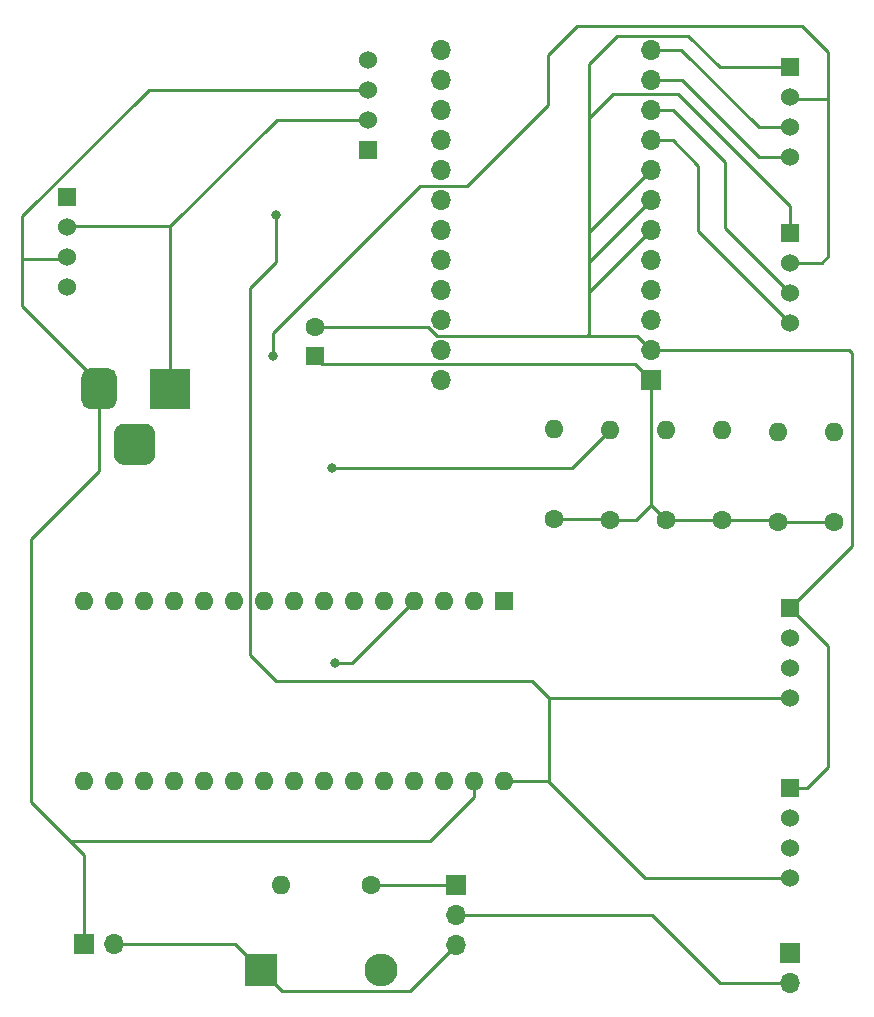
<source format=gbr>
%TF.GenerationSoftware,KiCad,Pcbnew,(5.1.12)-1*%
%TF.CreationDate,2022-05-12T22:17:49+01:00*%
%TF.ProjectId,main_circuit,6d61696e-5f63-4697-9263-7569742e6b69,rev?*%
%TF.SameCoordinates,Original*%
%TF.FileFunction,Copper,L1,Top*%
%TF.FilePolarity,Positive*%
%FSLAX46Y46*%
G04 Gerber Fmt 4.6, Leading zero omitted, Abs format (unit mm)*
G04 Created by KiCad (PCBNEW (5.1.12)-1) date 2022-05-12 22:17:49*
%MOMM*%
%LPD*%
G01*
G04 APERTURE LIST*
%TA.AperFunction,ComponentPad*%
%ADD10R,1.524000X1.524000*%
%TD*%
%TA.AperFunction,ComponentPad*%
%ADD11C,1.524000*%
%TD*%
%TA.AperFunction,ComponentPad*%
%ADD12R,1.600000X1.600000*%
%TD*%
%TA.AperFunction,ComponentPad*%
%ADD13O,1.600000X1.600000*%
%TD*%
%TA.AperFunction,ComponentPad*%
%ADD14C,1.600000*%
%TD*%
%TA.AperFunction,ComponentPad*%
%ADD15R,2.800000X2.800000*%
%TD*%
%TA.AperFunction,ComponentPad*%
%ADD16O,2.800000X2.800000*%
%TD*%
%TA.AperFunction,ComponentPad*%
%ADD17R,3.500000X3.500000*%
%TD*%
%TA.AperFunction,ComponentPad*%
%ADD18O,1.700000X1.700000*%
%TD*%
%TA.AperFunction,ComponentPad*%
%ADD19R,1.700000X1.700000*%
%TD*%
%TA.AperFunction,ViaPad*%
%ADD20C,0.800000*%
%TD*%
%TA.AperFunction,Conductor*%
%ADD21C,0.250000*%
%TD*%
G04 APERTURE END LIST*
D10*
%TO.P,3.3vDC1,1*%
%TO.N,Net-(3.3vDC1-Pad1)*%
X109750000Y-53250000D03*
D11*
%TO.P,3.3vDC1,2*%
%TO.N,/VCC_12vdc*%
X109750000Y-55790000D03*
%TO.P,3.3vDC1,3*%
%TO.N,/GND_dc*%
X109750000Y-58330000D03*
%TO.P,3.3vDC1,4*%
%TO.N,/VCC_3.3vdc*%
X109750000Y-60870000D03*
%TD*%
%TO.P,5vDC1,4*%
%TO.N,/VCC_5vdc*%
X135250000Y-41630000D03*
%TO.P,5vDC1,3*%
%TO.N,/GND_dc*%
X135250000Y-44170000D03*
%TO.P,5vDC1,2*%
%TO.N,/VCC_12vdc*%
X135250000Y-46710000D03*
D10*
%TO.P,5vDC1,1*%
%TO.N,Net-(5vDC1-Pad1)*%
X135250000Y-49250000D03*
%TD*%
D12*
%TO.P,A1,1*%
%TO.N,Net-(A1-Pad1)*%
X146750000Y-87500000D03*
D13*
%TO.P,A1,17*%
%TO.N,Net-(A1-Pad17)*%
X113730000Y-102740000D03*
%TO.P,A1,2*%
%TO.N,Net-(A1-Pad2)*%
X144210000Y-87500000D03*
%TO.P,A1,18*%
%TO.N,Net-(A1-Pad18)*%
X116270000Y-102740000D03*
%TO.P,A1,3*%
%TO.N,Net-(A1-Pad3)*%
X141670000Y-87500000D03*
%TO.P,A1,19*%
%TO.N,Net-(A1-Pad19)*%
X118810000Y-102740000D03*
%TO.P,A1,4*%
%TO.N,/GND_dc*%
X139130000Y-87500000D03*
%TO.P,A1,20*%
%TO.N,Net-(A1-Pad20)*%
X121350000Y-102740000D03*
%TO.P,A1,5*%
%TO.N,/LCUF_dt*%
X136590000Y-87500000D03*
%TO.P,A1,21*%
%TO.N,Net-(A1-Pad21)*%
X123890000Y-102740000D03*
%TO.P,A1,6*%
%TO.N,/LCUF_sck*%
X134050000Y-87500000D03*
%TO.P,A1,22*%
%TO.N,Net-(A1-Pad22)*%
X126430000Y-102740000D03*
%TO.P,A1,7*%
%TO.N,/LCVI_dt*%
X131510000Y-87500000D03*
%TO.P,A1,23*%
%TO.N,/MUX_sda*%
X128970000Y-102740000D03*
%TO.P,A1,8*%
%TO.N,/LCVI_sck*%
X128970000Y-87500000D03*
%TO.P,A1,24*%
%TO.N,/MUX_scl*%
X131510000Y-102740000D03*
%TO.P,A1,9*%
%TO.N,Net-(A1-Pad9)*%
X126430000Y-87500000D03*
%TO.P,A1,25*%
%TO.N,Net-(A1-Pad25)*%
X134050000Y-102740000D03*
%TO.P,A1,10*%
%TO.N,Net-(A1-Pad10)*%
X123890000Y-87500000D03*
%TO.P,A1,26*%
%TO.N,Net-(A1-Pad26)*%
X136590000Y-102740000D03*
%TO.P,A1,11*%
%TO.N,Net-(A1-Pad11)*%
X121350000Y-87500000D03*
%TO.P,A1,27*%
%TO.N,Net-(A1-Pad27)*%
X139130000Y-102740000D03*
%TO.P,A1,12*%
%TO.N,/MOT_pwm*%
X118810000Y-87500000D03*
%TO.P,A1,28*%
%TO.N,Net-(A1-Pad28)*%
X141670000Y-102740000D03*
%TO.P,A1,13*%
%TO.N,Net-(A1-Pad13)*%
X116270000Y-87500000D03*
%TO.P,A1,29*%
%TO.N,/GND_dc*%
X144210000Y-102740000D03*
%TO.P,A1,14*%
%TO.N,Net-(A1-Pad14)*%
X113730000Y-87500000D03*
%TO.P,A1,30*%
%TO.N,/VCC_5vdc*%
X146750000Y-102740000D03*
%TO.P,A1,15*%
%TO.N,Net-(A1-Pad15)*%
X111190000Y-87500000D03*
%TO.P,A1,16*%
%TO.N,Net-(A1-Pad16)*%
X111190000Y-102740000D03*
%TD*%
D12*
%TO.P,C1,1*%
%TO.N,/VCC_3.3vdc*%
X130750000Y-66750000D03*
D14*
%TO.P,C1,2*%
%TO.N,/GND_dc*%
X130750000Y-64250000D03*
%TD*%
D15*
%TO.P,D2,1*%
%TO.N,Net-(D2-Pad1)*%
X126250000Y-118750000D03*
D16*
%TO.P,D2,2*%
%TO.N,Net-(D2-Pad2)*%
X136410000Y-118750000D03*
%TD*%
D17*
%TO.P,J1,1*%
%TO.N,/VCC_12vdc*%
X118500000Y-69500000D03*
%TO.P,J1,2*%
%TO.N,/GND_dc*%
%TA.AperFunction,ComponentPad*%
G36*
G01*
X111000000Y-70500000D02*
X111000000Y-68500000D01*
G75*
G02*
X111750000Y-67750000I750000J0D01*
G01*
X113250000Y-67750000D01*
G75*
G02*
X114000000Y-68500000I0J-750000D01*
G01*
X114000000Y-70500000D01*
G75*
G02*
X113250000Y-71250000I-750000J0D01*
G01*
X111750000Y-71250000D01*
G75*
G02*
X111000000Y-70500000I0J750000D01*
G01*
G37*
%TD.AperFunction*%
%TO.P,J1,3*%
%TO.N,N/C*%
%TA.AperFunction,ComponentPad*%
G36*
G01*
X113750000Y-75075000D02*
X113750000Y-73325000D01*
G75*
G02*
X114625000Y-72450000I875000J0D01*
G01*
X116375000Y-72450000D01*
G75*
G02*
X117250000Y-73325000I0J-875000D01*
G01*
X117250000Y-75075000D01*
G75*
G02*
X116375000Y-75950000I-875000J0D01*
G01*
X114625000Y-75950000D01*
G75*
G02*
X113750000Y-75075000I0J875000D01*
G01*
G37*
%TD.AperFunction*%
%TD*%
D18*
%TO.P,MUX1,24*%
%TO.N,Net-(MUX1-Pad24)*%
X141470000Y-40810000D03*
%TO.P,MUX1,23*%
%TO.N,Net-(MUX1-Pad23)*%
X141470000Y-43350000D03*
%TO.P,MUX1,22*%
%TO.N,Net-(MUX1-Pad22)*%
X141470000Y-45890000D03*
%TO.P,MUX1,21*%
%TO.N,Net-(MUX1-Pad21)*%
X141470000Y-48430000D03*
%TO.P,MUX1,20*%
%TO.N,Net-(MUX1-Pad20)*%
X141470000Y-50970000D03*
%TO.P,MUX1,19*%
%TO.N,Net-(MUX1-Pad19)*%
X141470000Y-53510000D03*
%TO.P,MUX1,18*%
%TO.N,Net-(MUX1-Pad18)*%
X141470000Y-56050000D03*
%TO.P,MUX1,17*%
%TO.N,Net-(MUX1-Pad17)*%
X141470000Y-58590000D03*
%TO.P,MUX1,16*%
%TO.N,Net-(MUX1-Pad16)*%
X141470000Y-61130000D03*
%TO.P,MUX1,15*%
%TO.N,Net-(MUX1-Pad15)*%
X141470000Y-63670000D03*
%TO.P,MUX1,14*%
%TO.N,Net-(MUX1-Pad14)*%
X141470000Y-66210000D03*
%TO.P,MUX1,13*%
%TO.N,Net-(MUX1-Pad13)*%
X141470000Y-68750000D03*
%TO.P,MUX1,12*%
%TO.N,Net-(MUX1-Pad12)*%
X159250000Y-40810000D03*
%TO.P,MUX1,11*%
%TO.N,Net-(MUX1-Pad11)*%
X159250000Y-43350000D03*
%TO.P,MUX1,10*%
%TO.N,Net-(MUX1-Pad10)*%
X159250000Y-45890000D03*
%TO.P,MUX1,9*%
%TO.N,Net-(MUX1-Pad9)*%
X159250000Y-48430000D03*
%TO.P,MUX1,8*%
%TO.N,/GND_dc*%
X159250000Y-50970000D03*
%TO.P,MUX1,7*%
X159250000Y-53510000D03*
%TO.P,MUX1,6*%
X159250000Y-56050000D03*
%TO.P,MUX1,5*%
%TO.N,Net-(MUX1-Pad5)*%
X159250000Y-58590000D03*
%TO.P,MUX1,4*%
%TO.N,/MUX_scl*%
X159250000Y-61130000D03*
%TO.P,MUX1,3*%
%TO.N,/MUX_sda*%
X159250000Y-63670000D03*
%TO.P,MUX1,2*%
%TO.N,/GND_dc*%
X159250000Y-66210000D03*
D19*
%TO.P,MUX1,1*%
%TO.N,/VCC_3.3vdc*%
X159250000Y-68750000D03*
%TD*%
D11*
%TO.P,Pabd1,4*%
%TO.N,Net-(MUX1-Pad11)*%
X171000000Y-49910000D03*
%TO.P,Pabd1,3*%
%TO.N,Net-(MUX1-Pad12)*%
X171000000Y-47370000D03*
%TO.P,Pabd1,2*%
%TO.N,/VCC_3.3vdc*%
X171000000Y-44830000D03*
D10*
%TO.P,Pabd1,1*%
%TO.N,/GND_dc*%
X171000000Y-42290000D03*
%TD*%
%TO.P,Pblad1,1*%
%TO.N,/GND_dc*%
X171000000Y-56290000D03*
D11*
%TO.P,Pblad1,2*%
%TO.N,/VCC_3.3vdc*%
X171000000Y-58830000D03*
%TO.P,Pblad1,3*%
%TO.N,Net-(MUX1-Pad10)*%
X171000000Y-61370000D03*
%TO.P,Pblad1,4*%
%TO.N,Net-(MUX1-Pad9)*%
X171000000Y-63910000D03*
%TD*%
D19*
%TO.P,Q1,1*%
%TO.N,Net-(Q1-Pad1)*%
X142750000Y-111500000D03*
D18*
%TO.P,Q1,2*%
%TO.N,Net-(D2-Pad2)*%
X142750000Y-114040000D03*
%TO.P,Q1,3*%
%TO.N,Net-(D2-Pad1)*%
X142750000Y-116580000D03*
%TD*%
D14*
%TO.P,R1,1*%
%TO.N,Net-(Q1-Pad1)*%
X135500000Y-111500000D03*
D13*
%TO.P,R1,2*%
%TO.N,/MOT_pwm*%
X127880000Y-111500000D03*
%TD*%
D14*
%TO.P,R2,1*%
%TO.N,/VCC_3.3vdc*%
X151000000Y-80500000D03*
D13*
%TO.P,R2,2*%
%TO.N,/MUX_scl*%
X151000000Y-72880000D03*
%TD*%
D14*
%TO.P,R3,1*%
%TO.N,/VCC_3.3vdc*%
X155750000Y-80620000D03*
D13*
%TO.P,R3,2*%
%TO.N,/MUX_sda*%
X155750000Y-73000000D03*
%TD*%
%TO.P,R4,2*%
%TO.N,Net-(MUX1-Pad9)*%
X160500000Y-73000000D03*
D14*
%TO.P,R4,1*%
%TO.N,/VCC_3.3vdc*%
X160500000Y-80620000D03*
%TD*%
%TO.P,R5,1*%
%TO.N,/VCC_3.3vdc*%
X165250000Y-80620000D03*
D13*
%TO.P,R5,2*%
%TO.N,Net-(MUX1-Pad10)*%
X165250000Y-73000000D03*
%TD*%
%TO.P,R6,2*%
%TO.N,Net-(MUX1-Pad11)*%
X170000000Y-73130000D03*
D14*
%TO.P,R6,1*%
%TO.N,/VCC_3.3vdc*%
X170000000Y-80750000D03*
%TD*%
D13*
%TO.P,R7,2*%
%TO.N,Net-(MUX1-Pad12)*%
X174750000Y-73130000D03*
D14*
%TO.P,R7,1*%
%TO.N,/VCC_3.3vdc*%
X174750000Y-80750000D03*
%TD*%
D19*
%TO.P,SW1,1*%
%TO.N,/GND_dc*%
X111250000Y-116500000D03*
D18*
%TO.P,SW1,2*%
%TO.N,Net-(D2-Pad1)*%
X113790000Y-116500000D03*
%TD*%
D10*
%TO.P,U1,1*%
%TO.N,/GND_dc*%
X171000000Y-88040000D03*
D11*
%TO.P,U1,2*%
%TO.N,/LCUF_dt*%
X171000000Y-90580000D03*
%TO.P,U1,3*%
%TO.N,/LCUF_sck*%
X171000000Y-93120000D03*
%TO.P,U1,4*%
%TO.N,/VCC_5vdc*%
X171000000Y-95660000D03*
%TD*%
%TO.P,U2,4*%
%TO.N,/VCC_5vdc*%
X171000000Y-110910000D03*
%TO.P,U2,3*%
%TO.N,/LCVI_sck*%
X171000000Y-108370000D03*
%TO.P,U2,2*%
%TO.N,/LCVI_dt*%
X171000000Y-105830000D03*
D10*
%TO.P,U2,1*%
%TO.N,/GND_dc*%
X171000000Y-103290000D03*
%TD*%
D19*
%TO.P,Motor1,1*%
%TO.N,/VCC_12vdc*%
X171000000Y-117250000D03*
D18*
%TO.P,Motor1,2*%
%TO.N,Net-(D2-Pad2)*%
X171000000Y-119790000D03*
%TD*%
D20*
%TO.N,/GND_dc*%
X132500000Y-92750000D03*
%TO.N,/VCC_3.3vdc*%
X127250000Y-66750000D03*
%TO.N,/VCC_5vdc*%
X127500000Y-54750000D03*
%TO.N,/MUX_sda*%
X132200002Y-76250000D03*
%TD*%
D21*
%TO.N,/VCC_12vdc*%
X109790000Y-55750000D02*
X109750000Y-55790000D01*
X118500000Y-55750000D02*
X109790000Y-55750000D01*
X135250000Y-46710000D02*
X127540000Y-46710000D01*
X118500000Y-55750000D02*
X118500000Y-57000000D01*
X127540000Y-46710000D02*
X118500000Y-55750000D01*
X118500000Y-69500000D02*
X118500000Y-57000000D01*
%TO.N,/GND_dc*%
X158074999Y-65034999D02*
X159250000Y-66210000D01*
X140310998Y-64250000D02*
X141095997Y-65034999D01*
X130750000Y-64250000D02*
X140310998Y-64250000D01*
X159250000Y-56050000D02*
X154000000Y-61300000D01*
X154000000Y-64819998D02*
X153784999Y-65034999D01*
X153784999Y-65034999D02*
X158074999Y-65034999D01*
X141095997Y-65034999D02*
X153784999Y-65034999D01*
X159250000Y-53510000D02*
X155260000Y-57500000D01*
X155260000Y-57500000D02*
X155250000Y-57500000D01*
X154000000Y-58750000D02*
X154000000Y-61500000D01*
X155250000Y-57500000D02*
X154000000Y-58750000D01*
X154000000Y-61500000D02*
X154000000Y-64819998D01*
X154000000Y-61300000D02*
X154000000Y-61500000D01*
X154000000Y-56220000D02*
X159250000Y-50970000D01*
X171000000Y-56290000D02*
X171000000Y-54000000D01*
X161525001Y-44525001D02*
X156025001Y-44525001D01*
X171000000Y-54000000D02*
X161525001Y-44525001D01*
X156025001Y-44525001D02*
X154000000Y-46550002D01*
X154000000Y-56500000D02*
X154000000Y-56220000D01*
X154000000Y-58750000D02*
X154000000Y-56500000D01*
X171000000Y-42290000D02*
X165040000Y-42290000D01*
X162384999Y-39634999D02*
X156365001Y-39634999D01*
X165040000Y-42290000D02*
X162384999Y-39634999D01*
X154000000Y-42000000D02*
X154000000Y-47000000D01*
X156365001Y-39634999D02*
X154000000Y-42000000D01*
X154000000Y-47000000D02*
X154000000Y-56500000D01*
X154000000Y-46550002D02*
X154000000Y-47000000D01*
X112500000Y-69500000D02*
X112500000Y-69000000D01*
X112500000Y-69000000D02*
X106000000Y-62500000D01*
X106000000Y-62500000D02*
X106000000Y-58500000D01*
X109580000Y-58500000D02*
X109750000Y-58330000D01*
X106000000Y-58500000D02*
X109580000Y-58500000D01*
X116720998Y-44170000D02*
X135250000Y-44170000D01*
X106000000Y-54890998D02*
X116720998Y-44170000D01*
X106000000Y-58500000D02*
X106000000Y-54890998D01*
X171000000Y-103290000D02*
X172460000Y-103290000D01*
X172460000Y-103290000D02*
X174250000Y-101500000D01*
X174250000Y-91290000D02*
X171000000Y-88040000D01*
X174250000Y-101500000D02*
X174250000Y-91290000D01*
X144210000Y-104040000D02*
X144210000Y-102740000D01*
X140500000Y-107750000D02*
X144210000Y-104040000D01*
X110000000Y-107750000D02*
X140500000Y-107750000D01*
X106750000Y-82250000D02*
X106750000Y-104500000D01*
X112500000Y-76500000D02*
X106750000Y-82250000D01*
X112500000Y-69500000D02*
X112500000Y-76500000D01*
X111250000Y-116500000D02*
X111250000Y-109000000D01*
X109750000Y-107500000D02*
X110000000Y-107750000D01*
X111250000Y-109000000D02*
X109750000Y-107500000D01*
X106750000Y-104500000D02*
X109750000Y-107500000D01*
X159250000Y-66210000D02*
X175960000Y-66210000D01*
X175960000Y-66210000D02*
X176250000Y-66500000D01*
X176250000Y-82790000D02*
X171000000Y-88040000D01*
X176250000Y-66500000D02*
X176250000Y-82790000D01*
X139130000Y-87500000D02*
X133880000Y-92750000D01*
X133880000Y-92750000D02*
X132500000Y-92750000D01*
X132500000Y-92750000D02*
X132500000Y-92750000D01*
%TO.N,/VCC_3.3vdc*%
X157885001Y-67385001D02*
X159250000Y-68750000D01*
X131385001Y-67385001D02*
X157885001Y-67385001D01*
X130750000Y-66750000D02*
X131385001Y-67385001D01*
X171170000Y-45000000D02*
X171000000Y-44830000D01*
X174250000Y-45000000D02*
X171170000Y-45000000D01*
X150500000Y-41250000D02*
X153000000Y-38750000D01*
X172000000Y-38750000D02*
X174250000Y-41000000D01*
X150500000Y-45500000D02*
X150500000Y-41250000D01*
X143665001Y-52334999D02*
X150500000Y-45500000D01*
X139665001Y-52334999D02*
X143665001Y-52334999D01*
X153000000Y-38750000D02*
X172000000Y-38750000D01*
X127250000Y-64750000D02*
X139665001Y-52334999D01*
X127250000Y-66750000D02*
X127250000Y-64750000D01*
X171000000Y-58830000D02*
X173670000Y-58830000D01*
X174250000Y-58250000D02*
X174250000Y-44750000D01*
X173670000Y-58830000D02*
X174250000Y-58250000D01*
X174250000Y-44750000D02*
X174250000Y-45000000D01*
X174250000Y-41000000D02*
X174250000Y-44750000D01*
X159250000Y-79370000D02*
X160500000Y-80620000D01*
X159250000Y-68750000D02*
X159250000Y-79370000D01*
X155630000Y-80500000D02*
X155750000Y-80620000D01*
X151000000Y-80500000D02*
X155630000Y-80500000D01*
X158000000Y-80620000D02*
X159250000Y-79370000D01*
X155750000Y-80620000D02*
X158000000Y-80620000D01*
X160500000Y-80620000D02*
X165250000Y-80620000D01*
X169870000Y-80620000D02*
X170000000Y-80750000D01*
X165250000Y-80620000D02*
X169870000Y-80620000D01*
X170000000Y-80750000D02*
X174750000Y-80750000D01*
%TO.N,/VCC_5vdc*%
X125304999Y-60945001D02*
X125304999Y-92054999D01*
X125304999Y-92054999D02*
X127500000Y-94250000D01*
X127500000Y-58750000D02*
X125304999Y-60945001D01*
X127500000Y-54750000D02*
X127500000Y-58750000D01*
X171000000Y-95660000D02*
X150590000Y-95660000D01*
X146750000Y-102000000D02*
X146750000Y-102740000D01*
X149180000Y-94250000D02*
X150590000Y-95660000D01*
X141250000Y-94250000D02*
X149180000Y-94250000D01*
X127500000Y-94250000D02*
X141250000Y-94250000D01*
X141250000Y-94250000D02*
X141500000Y-94250000D01*
X150590000Y-95660000D02*
X150590000Y-102660000D01*
X150510000Y-102740000D02*
X146750000Y-102740000D01*
X150590000Y-102660000D02*
X150510000Y-102740000D01*
X158680000Y-110910000D02*
X150510000Y-102740000D01*
X171000000Y-110910000D02*
X158680000Y-110910000D01*
%TO.N,/MUX_sda*%
X152500000Y-76250000D02*
X155750000Y-73000000D01*
X132200002Y-76250000D02*
X152500000Y-76250000D01*
%TO.N,Net-(D2-Pad1)*%
X138854999Y-120475001D02*
X142750000Y-116580000D01*
X127975001Y-120475001D02*
X138854999Y-120475001D01*
X126250000Y-118750000D02*
X127975001Y-120475001D01*
X124000000Y-116500000D02*
X126250000Y-118750000D01*
X113790000Y-116500000D02*
X124000000Y-116500000D01*
%TO.N,Net-(MUX1-Pad12)*%
X159250000Y-40810000D02*
X161810000Y-40810000D01*
X168370000Y-47370000D02*
X171000000Y-47370000D01*
X161810000Y-40810000D02*
X168370000Y-47370000D01*
%TO.N,Net-(MUX1-Pad11)*%
X159250000Y-43350000D02*
X161850000Y-43350000D01*
X168410000Y-49910000D02*
X171000000Y-49910000D01*
X161850000Y-43350000D02*
X168410000Y-49910000D01*
%TO.N,Net-(MUX1-Pad10)*%
X159250000Y-45890000D02*
X161110000Y-45890000D01*
X161110000Y-45890000D02*
X165500000Y-50280000D01*
X165500000Y-55870000D02*
X171000000Y-61370000D01*
X165500000Y-50280000D02*
X165500000Y-55870000D01*
%TO.N,Net-(MUX1-Pad9)*%
X159250000Y-48430000D02*
X161070000Y-48430000D01*
X161070000Y-48430000D02*
X163250000Y-50610000D01*
X163250000Y-56160000D02*
X171000000Y-63910000D01*
X163250000Y-50610000D02*
X163250000Y-56160000D01*
%TO.N,Net-(Q1-Pad1)*%
X135500000Y-111500000D02*
X142750000Y-111500000D01*
%TO.N,Net-(D2-Pad2)*%
X142750000Y-114040000D02*
X159290000Y-114040000D01*
X165040000Y-119790000D02*
X171000000Y-119790000D01*
X159290000Y-114040000D02*
X165040000Y-119790000D01*
%TD*%
M02*

</source>
